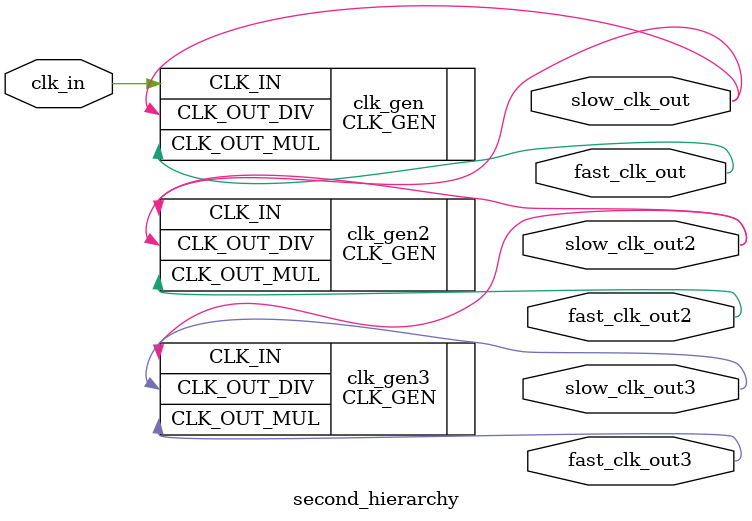
<source format=v>
module generated_clock (

  // Test basic test cases
  input wire CLK_IN_1,
  output wire slow_clk_int,
  output wire fast_clk_int,
  output wire slow_clk_out2,
  output wire fast_clk_out2,

  // Test liberty-defined nested clock output
  output wire slow_clk_out3,
  output wire fast_clk_out3,

  // Test edges/shifts (shifts not supported)
  input wire CLK_IN_2,
  output wire CLK_OUT_2,

  // Test original_pin
  output wire original_out
);

  // Give one more level of hierarchy to test names
  second_hierarchy u_second_hierarchy (
    .clk_in(CLK_IN_1),
    .slow_clk_out(slow_clk_int),
    .fast_clk_out(fast_clk_int),
    .slow_clk_out2(slow_clk_out2),
    .fast_clk_out2(fast_clk_out2),
    .slow_clk_out3(slow_clk_out3),
    .fast_clk_out3(fast_clk_out3)
  );

  CLK_EDGE_SHIFT clk_edge_shift (
    .CLK_IN(CLK_IN_2),
    .CLK_OUT(CLK_OUT_2)
  );

  original_test original_test (
    .original(CLK_IN_1),
    .out(original_out)
  );

endmodule

module second_hierarchy (
  input wire clk_in,
  output wire slow_clk_out,
  output wire fast_clk_out,
  output wire slow_clk_out2,
  output wire fast_clk_out2,
  output wire slow_clk_out3,
  output wire fast_clk_out3
);

  CLK_GEN clk_gen (
    .CLK_IN(clk_in),
    .CLK_OUT_DIV(slow_clk_out),
    .CLK_OUT_MUL(fast_clk_out)
  );

  CLK_GEN clk_gen2 (
    .CLK_IN(slow_clk_out),
    .CLK_OUT_DIV(slow_clk_out2),
    .CLK_OUT_MUL(fast_clk_out2)
  );

  CLK_GEN clk_gen3 (
    .CLK_IN(slow_clk_out2),
    .CLK_OUT_DIV(slow_clk_out3),
    .CLK_OUT_MUL(fast_clk_out3)
  );

endmodule

</source>
